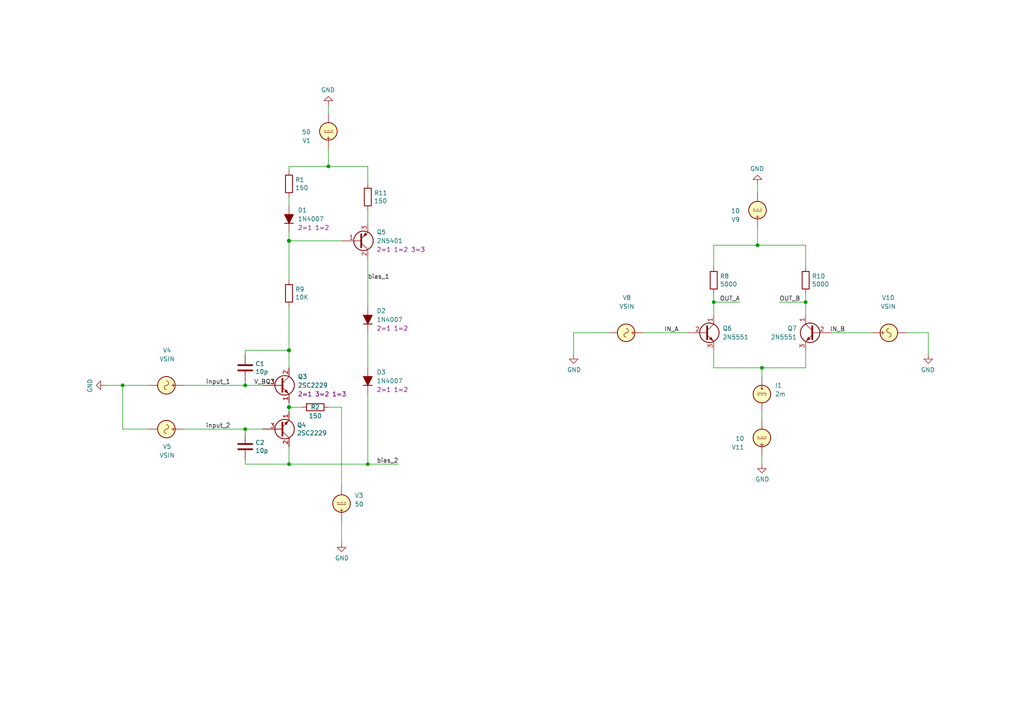
<source format=kicad_sch>
(kicad_sch (version 20211123) (generator eeschema)
  (paper "A4")
  (title_block (title "Amplificador Zener 100W") (date "2021-06-23") (rev "v1.1.0") (company "https://maykolrey.com"))
  (lib_symbols
    (symbol "Device:C" (pin_numbers hide) (pin_names (offset 0.254))
      (property "Reference" "C" (at 0.635 2.54 0))
      (property "Value" "C" (at 0.635 -2.54 0))
      (symbol "C_0_1"
        (polyline (pts (xy -2.032 -0.762) (xy 2.032 -0.762)) (stroke (width 0.508)))
        (polyline (pts (xy -2.032 0.762) (xy 2.032 0.762)) (stroke (width 0.508)))
      )
      (symbol "C_1_1"
        (pin passive line (at 0 3.81 270) (length 2.794) (name "~") (number "1"))
        (pin passive line (at 0 -3.81 90) (length 2.794) (name "~") (number "2"))
      )
    )
    (symbol "Device:Q_NPN_CBE" (pin_names (offset 0) hide)
      (property "Reference" "Q" (at 5.08 1.27 0))
      (property "Value" "Q_NPN_CBE" (at 5.08 -1.27 0))
      (symbol "Q_NPN_CBE_0_1"
        (polyline (pts (xy 0.635 0.635) (xy 2.54 2.54)))
        (polyline (pts (xy 0.635 -0.635) (xy 2.54 -2.54) (xy 2.54 -2.54)))
        (polyline (pts (xy 0.635 1.905) (xy 0.635 -1.905) (xy 0.635 -1.905)) (stroke (width 0.508)))
        (polyline (pts (xy 1.27 -1.778) (xy 1.778 -1.27) (xy 2.286 -2.286) (xy 1.27 -1.778) (xy 1.27 -1.778)) (fill (type outline)))
        (circle (center 1.27 0) (radius 2.8194) (stroke (width 0.254)))
      )
      (symbol "Q_NPN_CBE_1_1"
        (pin passive line (at 2.54 5.08 270) (length 2.54) (name "C") (number "1"))
        (pin input line (at -5.08 0 0) (length 5.715) (name "B") (number "2"))
        (pin passive line (at 2.54 -5.08 90) (length 2.54) (name "E") (number "3"))
      )
    )
    (symbol "Device:Q_NPN_ECB" (pin_names (offset 0) hide)
      (property "Reference" "Q" (at 5.08 1.27 0))
      (property "Value" "Q_NPN_ECB" (at 5.08 -1.27 0))
      (symbol "Q_NPN_ECB_0_1"
        (polyline (pts (xy 0.635 0.635) (xy 2.54 2.54)))
        (polyline (pts (xy 0.635 -0.635) (xy 2.54 -2.54) (xy 2.54 -2.54)))
        (polyline (pts (xy 0.635 1.905) (xy 0.635 -1.905) (xy 0.635 -1.905)) (stroke (width 0.508)))
        (polyline (pts (xy 1.27 -1.778) (xy 1.778 -1.27) (xy 2.286 -2.286) (xy 1.27 -1.778) (xy 1.27 -1.778)) (fill (type outline)))
        (circle (center 1.27 0) (radius 2.8194) (stroke (width 0.254)))
      )
      (symbol "Q_NPN_ECB_1_1"
        (pin passive line (at 2.54 -5.08 90) (length 2.54) (name "E") (number "1"))
        (pin passive line (at 2.54 5.08 270) (length 2.54) (name "C") (number "2"))
        (pin passive line (at -5.08 0 0) (length 5.715) (name "B") (number "3"))
      )
    )
    (symbol "Device:Q_PNP_BCE" (pin_names (offset 0) hide)
      (property "Reference" "Q" (at 5.08 1.27 0))
      (property "Value" "Q_PNP_BCE" (at 5.08 -1.27 0))
      (symbol "Q_PNP_BCE_0_1"
        (polyline (pts (xy 0.635 0.635) (xy 2.54 2.54)))
        (polyline (pts (xy 0.635 -0.635) (xy 2.54 -2.54) (xy 2.54 -2.54)))
        (polyline (pts (xy 0.635 1.905) (xy 0.635 -1.905) (xy 0.635 -1.905)) (stroke (width 0.508)))
        (polyline (pts (xy 2.286 -1.778) (xy 1.778 -2.286) (xy 1.27 -1.27) (xy 2.286 -1.778) (xy 2.286 -1.778)) (fill (type outline)))
        (circle (center 1.27 0) (radius 2.8194) (stroke (width 0.254)))
      )
      (symbol "Q_PNP_BCE_1_1"
        (pin input line (at -5.08 0 0) (length 5.715) (name "B") (number "1"))
        (pin passive line (at 2.54 5.08 270) (length 2.54) (name "C") (number "2"))
        (pin passive line (at 2.54 -5.08 90) (length 2.54) (name "E") (number "3"))
      )
    )
    (symbol "Device:R" (pin_numbers hide) (pin_names (offset 0))
      (property "Reference" "R" (at 2.032 0 90))
      (property "Value" "R" (at 0 0 90))
      (symbol "R_0_1"
        (rectangle (start -1.016 -2.54) (end 1.016 2.54) (stroke (width 0.254)))
      )
      (symbol "R_1_1"
        (pin passive line (at 0 3.81 270) (length 1.27) (name "~") (number "1"))
        (pin passive line (at 0 -3.81 90) (length 1.27) (name "~") (number "2"))
      )
    )
    (symbol "Simulation_SPICE:IDC" (pin_numbers hide) (pin_names (offset 0.0254))
      (property "Reference" "I" (at 2.54 2.54 0))
      (property "Value" "IDC" (at 2.54 0 0))
      (property "Spice_Model" "dc(1)" (at 2.54 -2.54 0))
      (symbol "IDC_0_0"
        (polyline (pts (xy -1.27 0.254) (xy 1.27 0.254)))
        (polyline (pts (xy -0.762 -0.254) (xy -1.27 -0.254)))
        (polyline (pts (xy 0.254 -0.254) (xy -0.254 -0.254)))
        (polyline (pts (xy 1.27 -0.254) (xy 0.762 -0.254)))
      )
      (symbol "IDC_0_1"
        (polyline (pts (xy 0 1.27) (xy 0 2.286)))
        (polyline (pts (xy -0.254 1.778) (xy 0 1.27) (xy 0.254 1.778)))
        (circle (center 0 0) (radius 2.54) (stroke (width 0.254)) (fill (type background)))
      )
      (symbol "IDC_1_1"
        (pin passive line (at 0 5.08 270) (length 2.54) (name "~") (number "1"))
        (pin passive line (at 0 -5.08 90) (length 2.54) (name "~") (number "2"))
      )
    )
    (symbol "Simulation_SPICE:VDC" (pin_numbers hide) (pin_names (offset 0.0254))
      (property "Reference" "V" (at 2.54 2.54 0))
      (property "Value" "VDC" (at 2.54 0 0))
      (property "Spice_Model" "dc(1)" (at 2.54 -2.54 0))
      (symbol "VDC_0_0"
        (polyline (pts (xy -1.27 0.254) (xy 1.27 0.254)))
        (polyline (pts (xy -0.762 -0.254) (xy -1.27 -0.254)))
        (polyline (pts (xy 0.254 -0.254) (xy -0.254 -0.254)))
        (polyline (pts (xy 1.27 -0.254) (xy 0.762 -0.254)))
        (text "+" (at 0 1.905 0) (effects (font (size 1.27 1.27))))
      )
      (symbol "VDC_0_1"
        (circle (center 0 0) (radius 2.54) (stroke (width 0.254)) (fill (type background)))
      )
      (symbol "VDC_1_1"
        (pin passive line (at 0 5.08 270) (length 2.54) (name "~") (number "1"))
        (pin passive line (at 0 -5.08 90) (length 2.54) (name "~") (number "2"))
      )
    )
    (symbol "Simulation_SPICE:VSIN" (pin_numbers hide) (pin_names (offset 0.0254))
      (property "Reference" "V" (at 2.54 2.54 0))
      (property "Value" "VSIN" (at 2.54 0 0))
      (property "Spice_Model" "sin(0 1 1k)" (at 2.54 -2.54 0))
      (symbol "VSIN_0_0"
        (arc (start 0 0) (mid -0.635 0.635) (end -1.27 0))
        (arc (start 0 0) (mid 0.635 -0.635) (end 1.27 0))
        (text "+" (at 0 1.905 0) (effects (font (size 1.27 1.27))))
      )
      (symbol "VSIN_0_1"
        (circle (center 0 0) (radius 2.54) (stroke (width 0.254)) (fill (type background)))
      )
      (symbol "VSIN_1_1"
        (pin passive line (at 0 5.08 270) (length 2.54) (name "~") (number "1"))
        (pin passive line (at 0 -5.08 90) (length 2.54) (name "~") (number "2"))
      )
    )
    (symbol "amplificador_200w-rescue:D_ALT-Device" (pin_numbers hide) (pin_names (offset 1.016) hide)
      (property "Reference" "D" (at 0 2.54 0))
      (property "Value" "D_ALT-Device" (at 0 -2.54 0))
      (symbol "D_ALT-Device_0_1"
        (polyline (pts (xy -1.27 1.27) (xy -1.27 -1.27)) (stroke (width 0.254)))
        (polyline (pts (xy 1.27 0) (xy -1.27 0)))
        (polyline (pts (xy 1.27 1.27) (xy 1.27 -1.27) (xy -1.27 0) (xy 1.27 1.27)) (stroke (width 0.254)) (fill (type outline)))
      )
      (symbol "D_ALT-Device_1_1"
        (pin passive line (at -3.81 0 0) (length 2.54) (name "K") (number "1"))
        (pin passive line (at 3.81 0 180) (length 2.54) (name "A") (number "2"))
      )
    )
    (symbol "power:GND" (power) (pin_names (offset 0))
      (property "Value" "GND" (at 0 -3.81 0))
      (symbol "GND_0_1"
        (polyline (pts (xy 0 0) (xy 0 -1.27) (xy 1.27 -1.27) (xy 0 -2.54) (xy -1.27 -1.27) (xy 0 -1.27)))
      )
      (symbol "GND_1_1"
        (pin power_in line (at 0 0 270) (length 0) hide (name "GND") (number "1"))
      )
    )
  )
  (junction (at 464.82 100.33))
  (junction (at 525.78 92.71))
  (junction (at 476.25 68.58))
  (junction (at 83.82 69.85) (diameter 1.016))
  (junction (at 83.82 118.11) (diameter 1.016))
  (junction (at 476.25 48.26))
  (junction (at 525.78 110.49))
  (junction (at 546.1 77.47))
  (junction (at 525.78 63.5))
  (junction (at 95.25 48.26))
  (junction (at -80.01 17.78))
  (junction (at 71.12 111.76))
  (junction (at 525.78 48.26))
  (junction (at 402.59 167.64))
  (junction (at 347.98 109.22))
  (junction (at 207.01 87.63))
  (junction (at -68.58 74.93))
  (junction (at 499.11 77.47))
  (junction (at -81.28 96.52))
  (junction (at 71.12 124.46))
  (junction (at 83.82 134.62))
  (junction (at 233.68 87.63))
  (junction (at -55.88 102.87))
  (junction (at 83.82 101.6) (diameter 1.016))
  (junction (at 488.95 110.49))
  (junction (at 220.98 106.68))
  (junction (at 219.71 71.12))
  (junction (at 35.56 111.76))
  (junction (at 106.68 134.62))
  (wire (pts (xy 488.95 123.19) (xy 488.95 125.73)))
  (wire (pts (xy 525.78 86.36) (xy 525.78 92.71)))
  (wire (pts (xy 377.19 113.03) (xy 377.19 109.22)))
  (wire (pts (xy 496.57 77.47) (xy 499.11 77.47)))
  (wire (pts (xy 106.68 53.34) (xy 106.68 48.26)))
  (wire (pts (xy 476.25 62.23) (xy 476.25 68.58)))
  (wire (pts (xy 95.25 48.26) (xy 106.68 48.26)))
  (wire (pts (xy 488.95 82.55) (xy 488.95 110.49)))
  (wire (pts (xy 402.59 156.21) (xy 402.59 158.75)))
  (wire (pts (xy 35.56 124.46) (xy 35.56 111.76)))
  (wire (pts (xy -55.88 87.63) (xy -55.88 91.44)))
  (wire (pts (xy -73.66 102.87) (xy -55.88 102.87)))
  (wire (pts (xy 71.12 133.35) (xy 71.12 134.62)))
  (wire (pts (xy -60.96 17.78) (xy -55.88 17.78)))
  (wire (pts (xy 347.98 109.22) (xy 359.41 109.22)))
  (wire (pts (xy 425.45 77.47) (xy 457.2 77.47)))
  (wire (pts (xy -31.75 35.56) (xy -31.75 39.37)))
  (wire (pts (xy 347.98 105.41) (xy 347.98 109.22)))
  (wire (pts (xy -68.58 71.12) (xy -68.58 74.93)))
  (wire (pts (xy 99.06 151.13) (xy 99.06 157.48)))
  (wire (pts (xy 53.34 111.76) (xy 71.12 111.76)))
  (wire (pts (xy 499.11 77.47) (xy 499.11 81.28)))
  (wire (pts (xy -68.58 74.93) (xy -81.28 74.93)))
  (wire (pts (xy 525.78 62.23) (xy 525.78 63.5)))
  (wire (pts (xy -48.26 17.78) (xy -39.37 17.78)))
  (wire (pts (xy 207.01 101.6) (xy 207.01 106.68)))
  (wire (pts (xy 219.71 55.88) (xy 219.71 53.34)))
  (wire (pts (xy 367.03 187.96) (xy 367.03 190.5)))
  (wire (pts (xy 525.78 92.71) (xy 538.48 92.71)))
  (wire (pts (xy 99.06 118.11) (xy 95.25 118.11)))
  (wire (pts (xy 327.66 100.33) (xy 340.36 100.33)))
  (wire (pts (xy 226.06 87.63) (xy 233.68 87.63)))
  (wire (pts (xy 233.68 71.12) (xy 219.71 71.12)))
  (wire (pts (xy 476.25 43.18) (xy 476.25 48.26)))
  (wire (pts (xy 166.37 102.87) (xy 166.37 96.52)))
  (wire (pts (xy 347.98 120.65) (xy 347.98 123.19)))
  (wire (pts (xy 525.78 63.5) (xy 525.78 67.31)))
  (wire (pts (xy 525.78 92.71) (xy 525.78 95.25)))
  (wire (pts (xy 402.59 180.34) (xy 402.59 184.15)))
  (wire (pts (xy 488.95 110.49) (xy 488.95 113.03)))
  (wire (pts (xy 488.95 68.58) (xy 476.25 68.58)))
  (wire (pts (xy -55.88 80.01) (xy -55.88 74.93)))
  (wire (pts (xy 71.12 110.49) (xy 71.12 111.76)))
  (wire (pts (xy 402.59 166.37) (xy 402.59 167.64)))
  (wire (pts (xy 464.82 100.33) (xy 464.82 101.6)))
  (wire (pts (xy 71.12 134.62) (xy 83.82 134.62)))
  (wire (pts (xy 83.82 48.26) (xy 83.82 49.53)))
  (wire (pts (xy 83.82 88.9) (xy 83.82 101.6)))
  (wire (pts (xy 546.1 97.79) (xy 546.1 110.49)))
  (wire (pts (xy 106.68 74.93) (xy 106.68 88.9)))
  (wire (pts (xy 83.82 134.62) (xy 83.82 129.54)))
  (wire (pts (xy 525.78 110.49) (xy 488.95 110.49)))
  (wire (pts (xy 83.82 116.84) (xy 83.82 118.11)))
  (wire (pts (xy 525.78 105.41) (xy 525.78 110.49)))
  (wire (pts (xy 510.54 77.47) (xy 546.1 77.47)))
  (wire (pts (xy 488.95 72.39) (xy 488.95 68.58)))
  (wire (pts (xy -55.88 101.6) (xy -55.88 102.87)))
  (wire (pts (xy 476.25 68.58) (xy 464.82 68.58)))
  (wire (pts (xy 106.68 134.62) (xy 115.57 134.62)))
  (wire (pts (xy 488.95 110.49) (xy 464.82 110.49)))
  (wire (pts (xy -31.75 -2.54) (xy -31.75 12.7)))
  (wire (pts (xy 83.82 57.15) (xy 83.82 59.69)))
  (wire (pts (xy -81.28 87.63) (xy -81.28 96.52)))
  (wire (pts (xy 35.56 111.76) (xy 43.18 111.76)))
  (wire (pts (xy 347.98 109.22) (xy 347.98 113.03)))
  (wire (pts (xy 546.1 77.47) (xy 546.1 78.74)))
  (wire (pts (xy 377.19 120.65) (xy 377.19 124.46)))
  (wire (pts (xy 525.78 74.93) (xy 525.78 78.74)))
  (wire (pts (xy 87.63 118.11) (xy 83.82 118.11)))
  (wire (pts (xy 546.1 86.36) (xy 546.1 87.63)))
  (wire (pts (xy -31.75 -12.7) (xy -31.75 -19.05)))
  (wire (pts (xy 499.11 88.9) (xy 499.11 91.44)))
  (wire (pts (xy 53.34 124.46) (xy 71.12 124.46)))
  (wire (pts (xy 207.01 85.09) (xy 207.01 87.63)))
  (wire (pts (xy 367.03 200.66) (xy 367.03 203.2)))
  (wire (pts (xy 76.2 111.76) (xy 71.12 111.76)))
  (wire (pts (xy 83.82 67.31) (xy 83.82 69.85)))
  (wire (pts (xy 106.68 60.96) (xy 106.68 64.77)))
  (wire (pts (xy 347.98 86.36) (xy 347.98 95.25)))
  (wire (pts (xy 347.98 76.2) (xy 347.98 73.66)))
  (wire (pts (xy 307.34 100.33) (xy 317.5 100.33)))
  (wire (pts (xy 402.59 167.64) (xy 402.59 170.18)))
  (wire (pts (xy 207.01 71.12) (xy 207.01 77.47)))
  (wire (pts (xy -68.58 58.42) (xy -68.58 60.96)))
  (wire (pts (xy -81.28 74.93) (xy -81.28 80.01)))
  (wire (pts (xy 76.2 124.46) (xy 71.12 124.46)))
  (wire (pts (xy 106.68 114.3) (xy 106.68 134.62)))
  (wire (pts (xy 464.82 82.55) (xy 464.82 100.33)))
  (wire (pts (xy -55.88 102.87) (xy -55.88 106.68)))
  (wire (pts (xy 464.82 110.49) (xy 464.82 109.22)))
  (wire (pts (xy 106.68 134.62) (xy 83.82 134.62)))
  (wire (pts (xy -80.01 -19.05) (xy -80.01 17.78)))
  (wire (pts (xy 307.34 106.68) (xy 307.34 100.33)))
  (wire (pts (xy -80.01 17.78) (xy -80.01 21.59)))
  (wire (pts (xy 166.37 96.52) (xy 176.53 96.52)))
  (wire (pts (xy 83.82 106.68) (xy 83.82 101.6)))
  (wire (pts (xy 405.13 83.82) (xy 405.13 77.47)))
  (wire (pts (xy 405.13 77.47) (xy 415.29 77.47)))
  (wire (pts (xy 219.71 66.04) (xy 219.71 71.12)))
  (wire (pts (xy -81.28 96.52) (xy -81.28 97.79)))
  (wire (pts (xy 233.68 85.09) (xy 233.68 87.63)))
  (wire (pts (xy 207.01 87.63) (xy 207.01 91.44)))
  (wire (pts (xy 546.1 77.47) (xy 590.55 77.47)))
  (wire (pts (xy -63.5 96.52) (xy -81.28 96.52)))
  (wire (pts (xy 525.78 63.5) (xy 538.48 63.5)))
  (wire (pts (xy -81.28 107.95) (xy -81.28 116.84)))
  (wire (pts (xy 476.25 48.26) (xy 525.78 48.26)))
  (wire (pts (xy 186.69 96.52) (xy 199.39 96.52)))
  (wire (pts (xy 99.06 69.85) (xy 83.82 69.85)))
  (wire (pts (xy 367.03 175.26) (xy 394.97 175.26)))
  (wire (pts (xy 71.12 125.73) (xy 71.12 124.46)))
  (wire (pts (xy 546.1 48.26) (xy 525.78 48.26)))
  (wire (pts (xy 207.01 87.63) (xy 214.63 87.63)))
  (wire (pts (xy 220.98 119.38) (xy 220.98 121.92)))
  (wire (pts (xy 83.82 101.6) (xy 71.12 101.6)))
  (wire (pts (xy 367.03 177.8) (xy 367.03 175.26)))
  (wire (pts (xy 402.59 167.64) (xy 416.56 167.64)))
  (wire (pts (xy 220.98 106.68) (xy 233.68 106.68)))
  (wire (pts (xy 525.78 52.07) (xy 525.78 48.26)))
  (wire (pts (xy 219.71 71.12) (xy 207.01 71.12)))
  (wire (pts (xy 525.78 110.49) (xy 546.1 110.49)))
  (wire (pts (xy 269.24 102.87) (xy 269.24 96.52)))
  (wire (pts (xy 464.82 68.58) (xy 464.82 72.39)))
  (wire (pts (xy 83.82 48.26) (xy 95.25 48.26)))
  (wire (pts (xy -55.88 74.93) (xy -68.58 74.93)))
  (wire (pts (xy 71.12 101.6) (xy 71.12 102.87)))
  (wire (pts (xy 106.68 96.52) (xy 106.68 106.68)))
  (wire (pts (xy 499.11 77.47) (xy 502.92 77.47)))
  (wire (pts (xy 252.73 96.52) (xy 241.3 96.52)))
  (wire (pts (xy 99.06 140.97) (xy 99.06 118.11)))
  (wire (pts (xy -31.75 22.86) (xy -31.75 27.94)))
  (wire (pts (xy 83.82 118.11) (xy 83.82 119.38)))
  (wire (pts (xy 402.59 142.24) (xy 402.59 146.05)))
  (wire (pts (xy 476.25 48.26) (xy 476.25 52.07)))
  (wire (pts (xy 43.18 124.46) (xy 35.56 124.46)))
  (wire (pts (xy 233.68 77.47) (xy 233.68 71.12)))
  (wire (pts (xy 207.01 106.68) (xy 220.98 106.68)))
  (wire (pts (xy 95.25 43.18) (xy 95.25 48.26)))
  (wire (pts (xy 464.82 100.33) (xy 518.16 100.33)))
  (wire (pts (xy 233.68 87.63) (xy 233.68 91.44)))
  (wire (pts (xy 95.25 33.02) (xy 95.25 30.48)))
  (wire (pts (xy 347.98 133.35) (xy 347.98 135.89)))
  (wire (pts (xy 30.48 111.76) (xy 35.56 111.76)))
  (wire (pts (xy 233.68 106.68) (xy 233.68 101.6)))
  (wire (pts (xy -55.88 114.3) (xy -55.88 116.84)))
  (wire (pts (xy 546.1 68.58) (xy 546.1 69.85)))
  (wire (pts (xy 83.82 69.85) (xy 83.82 81.28)))
  (wire (pts (xy 220.98 106.68) (xy 220.98 109.22)))
  (wire (pts (xy 546.1 58.42) (xy 546.1 48.26)))
  (wire (pts (xy 476.25 33.02) (xy 476.25 30.48)))
  (wire (pts (xy 377.19 109.22) (xy 367.03 109.22)))
  (wire (pts (xy 220.98 132.08) (xy 220.98 134.62)))
  (wire (pts (xy -80.01 17.78) (xy -71.12 17.78)))
  (wire (pts (xy 269.24 96.52) (xy 262.89 96.52)))
  (wire (pts (xy -31.75 -19.05) (xy -80.01 -19.05)))
  (label "IN_CE" (at 382.27 175.26 180))
  (label "V_DIFF" (at 509.27 100.33 0))
  (label "V_O_AMPLI" (at 590.55 77.47 180))
  (label "OUT_CC" (at 377.19 109.22 180))
  (label "OUT_B" (at 226.06 87.63 0))
  (label "IN_B" (at 245.11 96.52 180))
  (label "V_I_AMPLI" (at 434.34 77.47 180))
  (label "V_BQ1_EQ2" (at -71.12 102.87 0))
  (label "IN_CC" (at 336.55 100.33 180))
  (label "V_BQ3" (at 73.66 111.76 0))
  (label "OUT_CE" (at 416.56 167.64 180))
  (label "bias_1" (at 106.68 81.28 0))
  (label "input_1" (at 59.69 111.76 0))
  (label "OUT_A" (at 214.63 87.63 180))
  (label "V_CQ1_BQ2" (at -78.74 96.52 0))
  (label "IN_A" (at 196.85 96.52 180))
  (label "bias_2" (at 115.57 134.62 180))
  (label "input_2" (at 59.69 124.46 0))
  (symbol (lib_id "Simulation_SPICE:VSIN") (at -66.04 17.78 270) (unit 1)
    (property "Reference" "V6" (at -65.8503 7.62 90))
    (property "Value" "VSIN" (at -65.8503 10.16 90))
    (property "Spice_Netlist_Enabled" "Y" (effects hide))
    (property "Spice_Primitive" "V" (effects hide))
    (property "Spice_Model" "dc 1 ac 1 sin(0 1 1k)" (at -65.8503 12.7 90))
  )
  (symbol (lib_id "Simulation_SPICE:IDC") (at 220.98 114.3 0) (unit 1)
    (property "Reference" "I1" (at 224.79 111.7599 0) (effects (justify left)))
    (property "Value" "IDC" (at 224.79 114.2999 0) (effects (justify left)))
    (property "Spice_Netlist_Enabled" "Y" (effects hide))
    (property "Spice_Primitive" "I" (effects hide))
    (property "Spice_Model" "dc 2m" (at 224.79 116.8399 0) (effects (justify left)))
  )
  (symbol (lib_id "amplificador_200w-rescue:D_ALT-Device") (at 106.68 92.71 90) (unit 1)
    (property "Reference" "D2" (at 109.22 90.1699 90) (effects (justify right)))
    (property "Value" "1N4007" (at 109.22 92.7099 90) (effects (justify right)))
    (property "Footprint" "Diode_THT:D_DO-41_SOD81_P10.16mm_Horizontal" (effects hide))
    (property "Spice_Primitive" "D" (effects hide))
    (property "Spice_Model" "1N4007" (effects hide))
    (property "Spice_Netlist_Enabled" "Y" (effects hide))
    (property "Spice_Lib_File" "/home/maykol/Documentos/spice/2n3906.mod" (effects hide))
    (property "Spice_Node_Sequence" "2 1" (at 109.22 95.2499 90) (effects (justify right)))
  )
  (symbol (lib_id "power:GND") (at 402.59 184.15 0) (unit 1)
    (property "Reference" "#PWR023" (effects hide))
    (property "Value" "GND" (at 402.717 188.5442 0))
  )
  (symbol (lib_id "Simulation_SPICE:VDC") (at 220.98 127 180) (unit 1)
    (property "Reference" "V11" (at 215.9 129.7299 0) (effects (justify left)))
    (property "Value" "VDC" (at 215.9 127.1899 0) (effects (justify left)))
    (property "Spice_Netlist_Enabled" "Y" (effects hide))
    (property "Spice_Primitive" "V" (effects hide))
    (property "Spice_Model" "dc 10" (at 215.9 124.6499 0) (effects (justify left)))
  )
  (symbol (lib_id "Device:C") (at 363.22 109.22 270) (unit 1)
    (property "Reference" "C3" (at 363.22 101.6 90))
    (property "Value" "1000n" (at 363.22 104.14 90))
    (property "Footprint" "Capacitor_THT:C_Disc_D5.0mm_W2.5mm_P5.00mm" (effects hide))
  )
  (symbol (lib_id "Simulation_SPICE:VSIN") (at 181.61 96.52 270) (unit 1)
    (property "Reference" "V8" (at 181.7997 86.36 90))
    (property "Value" "VSIN" (at 181.7997 88.9 90))
    (property "Spice_Netlist_Enabled" "Y" (effects hide))
    (property "Spice_Primitive" "V" (effects hide))
    (property "Spice_Model" "dc 1 ac 1 sin(0 1 1k)" (at 181.7997 91.44 90))
  )
  (symbol (lib_id "amplificador_200w-rescue:D_ALT-Device") (at 106.68 110.49 90) (unit 1)
    (property "Reference" "D3" (at 109.22 107.9499 90) (effects (justify right)))
    (property "Value" "1N4007" (at 109.22 110.4899 90) (effects (justify right)))
    (property "Footprint" "Diode_THT:D_DO-41_SOD81_P10.16mm_Horizontal" (effects hide))
    (property "Spice_Primitive" "D" (effects hide))
    (property "Spice_Model" "1N4007" (effects hide))
    (property "Spice_Netlist_Enabled" "Y" (effects hide))
    (property "Spice_Lib_File" "/home/maykol/Documentos/spice/2n3906.mod" (effects hide))
    (property "Spice_Node_Sequence" "2 1" (at 109.22 113.0299 90) (effects (justify right)))
  )
  (symbol (lib_id "Simulation_SPICE:VDC") (at 347.98 81.28 180) (unit 1)
    (property "Reference" "V13" (at 342.9 84.0099 0) (effects (justify left)))
    (property "Value" "VDC" (at 342.9 81.4699 0) (effects (justify left)))
    (property "Spice_Netlist_Enabled" "Y" (effects hide))
    (property "Spice_Primitive" "V" (effects hide))
    (property "Spice_Model" "dc 10" (at 342.9 78.9299 0) (effects (justify left)))
  )
  (symbol (lib_id "power:GND") (at 95.25 30.48 180) (unit 1)
    (property "Reference" "#PWR01" (effects hide))
    (property "Value" "GND" (at 95.123 26.0858 0))
  )
  (symbol (lib_id "power:GND") (at -81.28 116.84 0) (unit 1)
    (property "Reference" "#PWR04" (effects hide))
    (property "Value" "GND" (at -81.153 121.2342 0))
  )
  (symbol (lib_id "Device:R") (at -81.28 83.82 180) (unit 1)
    (property "Reference" "R3" (at -79.502 82.6516 0) (effects (justify right)))
    (property "Value" "97K" (at -79.502 84.963 0) (effects (justify right)))
    (property "Footprint" "Resistor_THT:R_Axial_DIN0207_L6.3mm_D2.5mm_P7.62mm_Horizontal" (effects hide))
  )
  (symbol (lib_id "Device:Q_NPN_CBE") (at 204.47 96.52 0) (unit 1)
    (property "Reference" "Q6" (at 209.55 95.2499 0) (effects (justify left)))
    (property "Value" "2N5551" (at 209.55 97.7899 0) (effects (justify left)))
    (property "Spice_Primitive" "Q" (effects hide))
    (property "Spice_Model" "2N5551" (effects hide))
    (property "Spice_Netlist_Enabled" "Y" (effects hide))
    (property "Spice_Lib_File" "/home/maykol/Documentos/spice/2n5551.lib" (effects hide))
  )
  (symbol (lib_id "Device:C") (at 71.12 129.54 180) (unit 1)
    (property "Reference" "C2" (at 74.041 128.3716 0) (effects (justify right)))
    (property "Value" "10p" (at 74.041 130.683 0) (effects (justify right)))
    (property "Footprint" "Capacitor_THT:C_Disc_D5.0mm_W2.5mm_P5.00mm" (effects hide))
  )
  (symbol (lib_id "Simulation_SPICE:VSIN") (at 48.26 111.76 270) (unit 1)
    (property "Reference" "V4" (at 48.4497 101.6 90))
    (property "Value" "VSIN" (at 48.4497 104.14 90))
    (property "Spice_Netlist_Enabled" "Y" (effects hide))
    (property "Spice_Primitive" "V" (effects hide))
    (property "Spice_Model" "dc 1 ac 1 sin(0 50m 1k)" (at 48.4497 106.68 90))
  )
  (symbol (lib_id "Simulation_SPICE:VDC") (at 488.95 118.11 180) (unit 1)
    (property "Reference" "V17" (at 492.76 115.7596 0) (effects (justify right)))
    (property "Value" "50V" (at 492.76 118.2996 0) (effects (justify right)))
    (property "Spice_Netlist_Enabled" "Y" (effects hide))
    (property "Spice_Primitive" "V" (effects hide))
    (property "Spice_Model" "dc 35" (at 492.76 120.8396 0) (effects (justify right)))
  )
  (symbol (lib_id "Simulation_SPICE:VSIN") (at 257.81 96.52 90) (mirror x) (unit 1)
    (property "Reference" "V10" (at 257.6203 86.36 90))
    (property "Value" "VSIN" (at 257.6203 88.9 90))
    (property "Spice_Netlist_Enabled" "Y" (effects hide))
    (property "Spice_Primitive" "V" (effects hide))
    (property "Spice_Model" "dc 1 ac 1 sin(0 1 1k)" (at 257.6203 91.44 90))
  )
  (symbol (lib_id "power:GND") (at 405.13 83.82 0) (unit 1)
    (property "Reference" "#PWR017" (effects hide))
    (property "Value" "GND" (at 405.257 88.2142 0))
  )
  (symbol (lib_id "power:GND") (at 402.59 142.24 180) (unit 1)
    (property "Reference" "#PWR022" (effects hide))
    (property "Value" "GND" (at 402.463 137.8458 0))
  )
  (symbol (lib_id "power:GND") (at -31.75 39.37 0) (unit 1)
    (property "Reference" "#PWR08" (effects hide))
    (property "Value" "GND" (at -31.623 43.7642 0))
  )
  (symbol (lib_id "Device:R") (at 83.82 85.09 180) (unit 1)
    (property "Reference" "R9" (at 85.598 83.9216 0) (effects (justify right)))
    (property "Value" "10K" (at 85.598 86.233 0) (effects (justify right)))
    (property "Footprint" "Resistor_THT:R_Axial_DIN0207_L6.3mm_D2.5mm_P7.62mm_Horizontal" (effects hide))
  )
  (symbol (lib_id "Device:R") (at 546.1 73.66 0) (unit 1)
    (property "Reference" "R17" (at 544.322 74.8284 0) (effects (justify right)))
    (property "Value" "33" (at 544.322 72.517 0) (effects (justify right)))
    (property "Footprint" "Resistor_THT:R_Axial_DIN0207_L6.3mm_D2.5mm_P7.62mm_Horizontal" (effects hide))
  )
  (symbol (lib_id "Device:C") (at 71.12 106.68 180) (unit 1)
    (property "Reference" "C1" (at 74.041 105.5116 0) (effects (justify right)))
    (property "Value" "10p" (at 74.041 107.823 0) (effects (justify right)))
    (property "Footprint" "Capacitor_THT:C_Disc_D5.0mm_W2.5mm_P5.00mm" (effects hide))
  )
  (symbol (lib_id "Device:Q_NPN_CBE") (at 345.44 100.33 0) (unit 1)
    (property "Reference" "Q8" (at 350.52 99.0599 0) (effects (justify left)))
    (property "Value" "2N5551" (at 350.52 101.5999 0) (effects (justify left)))
    (property "Spice_Primitive" "Q" (effects hide))
    (property "Spice_Model" "2N5551" (effects hide))
    (property "Spice_Netlist_Enabled" "Y" (effects hide))
    (property "Spice_Lib_File" "/home/maykol/Documentos/spice/2n5551.lib" (effects hide))
  )
  (symbol (lib_id "Simulation_SPICE:VDC") (at 219.71 60.96 180) (unit 1)
    (property "Reference" "V9" (at 214.63 63.6899 0) (effects (justify left)))
    (property "Value" "VDC" (at 214.63 61.1499 0) (effects (justify left)))
    (property "Spice_Netlist_Enabled" "Y" (effects hide))
    (property "Spice_Primitive" "V" (effects hide))
    (property "Spice_Model" "dc 10" (at 214.63 58.6099 0) (effects (justify left)))
  )
  (symbol (lib_id "Simulation_SPICE:VDC") (at 347.98 128.27 180) (unit 1)
    (property "Reference" "V14" (at 342.9 130.9999 0) (effects (justify left)))
    (property "Value" "VDC" (at 342.9 128.4599 0) (effects (justify left)))
    (property "Spice_Netlist_Enabled" "Y" (effects hide))
    (property "Spice_Primitive" "V" (effects hide))
    (property "Spice_Model" "dc 10" (at 342.9 125.9199 0) (effects (justify left)))
  )
  (symbol (lib_id "Device:R") (at -55.88 110.49 180) (unit 1)
    (property "Reference" "R5" (at -54.102 109.3216 0) (effects (justify right)))
    (property "Value" "133" (at -54.102 111.633 0) (effects (justify right)))
    (property "Footprint" "Resistor_THT:R_Axial_DIN0207_L6.3mm_D2.5mm_P7.62mm_Horizontal" (effects hide))
  )
  (symbol (lib_id "amplificador_200w-rescue:D_ALT-Device") (at 525.78 82.55 90) (unit 1)
    (property "Reference" "D5" (at 528.32 80.0099 90) (effects (justify right)))
    (property "Value" "1N4007" (at 528.32 82.5499 90) (effects (justify right)))
    (property "Footprint" "Diode_THT:D_DO-41_SOD81_P10.16mm_Horizontal" (effects hide))
    (property "Spice_Primitive" "D" (effects hide))
    (property "Spice_Model" "1N4007" (effects hide))
    (property "Spice_Netlist_Enabled" "Y" (effects hide))
    (property "Spice_Lib_File" "/home/maykol/Documentos/spice/2n3906.mod" (effects hide))
    (property "Spice_Node_Sequence" "2 1" (at 528.32 85.0899 90) (effects (justify right)))
  )
  (symbol (lib_id "Simulation_SPICE:VSIN") (at 322.58 100.33 270) (unit 1)
    (property "Reference" "V12" (at 322.7697 90.17 90))
    (property "Value" "VSIN" (at 322.7697 92.71 90))
    (property "Spice_Netlist_Enabled" "Y" (effects hide))
    (property "Spice_Primitive" "V" (effects hide))
    (property "Spice_Model" "dc 1 ac 1 sin(0 1 1k)" (at 322.7697 95.25 90))
  )
  (symbol (lib_id "amplificador_200w-rescue:D_ALT-Device") (at 83.82 63.5 90) (unit 1)
    (property "Reference" "D1" (at 86.36 60.9599 90) (effects (justify right)))
    (property "Value" "1N4007" (at 86.36 63.4999 90) (effects (justify right)))
    (property "Footprint" "Diode_THT:D_DO-41_SOD81_P10.16mm_Horizontal" (effects hide))
    (property "Spice_Primitive" "D" (effects hide))
    (property "Spice_Model" "1N4007" (effects hide))
    (property "Spice_Netlist_Enabled" "Y" (effects hide))
    (property "Spice_Lib_File" "/home/maykol/Documentos/spice/2n3906.mod" (effects hide))
    (property "Spice_Node_Sequence" "2 1" (at 86.36 66.0399 90) (effects (justify right)))
  )
  (symbol (lib_id "Device:R") (at 546.1 82.55 0) (unit 1)
    (property "Reference" "R18" (at 544.322 83.7184 0) (effects (justify right)))
    (property "Value" "33" (at 544.322 81.407 0) (effects (justify right)))
    (property "Footprint" "Resistor_THT:R_Axial_DIN0207_L6.3mm_D2.5mm_P7.62mm_Horizontal" (effects hide))
  )
  (symbol (lib_id "Device:Q_NPN_CBE") (at 236.22 96.52 0) (mirror y) (unit 1)
    (property "Reference" "Q7" (at 231.14 95.2499 0) (effects (justify left)))
    (property "Value" "2N5551" (at 231.14 97.7899 0) (effects (justify left)))
    (property "Spice_Primitive" "Q" (effects hide))
    (property "Spice_Model" "2N5551" (effects hide))
    (property "Spice_Netlist_Enabled" "Y" (effects hide))
    (property "Spice_Lib_File" "/home/maykol/Documentos/spice/2n5551.lib" (effects hide))
  )
  (symbol (lib_id "Simulation_SPICE:VDC") (at -68.58 66.04 180) (unit 1)
    (property "Reference" "V2" (at -73.66 68.7699 0) (effects (justify left)))
    (property "Value" "VDC" (at -73.66 66.2299 0) (effects (justify left)))
    (property "Spice_Netlist_Enabled" "Y" (effects hide))
    (property "Spice_Primitive" "V" (effects hide))
    (property "Spice_Model" "dc 50" (at -73.66 63.6899 0) (effects (justify left)))
  )
  (symbol (lib_id "power:GND") (at -80.01 21.59 0) (unit 1)
    (property "Reference" "#PWR07" (effects hide))
    (property "Value" "GND" (at -79.883 25.9842 0))
  )
  (symbol (lib_id "Device:Q_PNP_BCE") (at 543.56 92.71 0) (mirror x) (unit 1)
    (property "Reference" "Q13" (at 548.64 90.1699 0) (effects (justify left)))
    (property "Value" "2N5401" (at 548.64 92.7099 0) (effects (justify left)))
    (property "Footprint" "Package_TO_SOT_THT:TO-220-3_Vertical" (effects hide))
    (property "Spice_Primitive" "Q" (effects hide))
    (property "Spice_Model" "2N5401" (effects hide))
    (property "Spice_Netlist_Enabled" "Y" (effects hide))
    (property "Spice_Lib_File" "/home/maykol/Documentos/spice/2n5401.lib" (effects hide))
    (property "Spice_Node_Sequence" "2 1 3" (at 548.64 95.2499 0) (effects (justify left)))
  )
  (symbol (lib_id "power:GND") (at 99.06 157.48 0) (unit 1)
    (property "Reference" "#PWR02" (effects hide))
    (property "Value" "GND" (at 99.187 161.8742 0))
  )
  (symbol (lib_id "power:GND") (at 367.03 203.2 0) (unit 1)
    (property "Reference" "#PWR021" (effects hide))
    (property "Value" "GND" (at 367.157 207.5942 0))
  )
  (symbol (lib_id "Device:R") (at 377.19 116.84 180) (unit 1)
    (property "Reference" "R13" (at 378.968 115.6716 0) (effects (justify right)))
    (property "Value" "1000" (at 378.968 117.983 0) (effects (justify right)))
    (property "Footprint" "Resistor_THT:R_Axial_DIN0207_L6.3mm_D2.5mm_P7.62mm_Horizontal" (effects hide))
  )
  (symbol (lib_id "Simulation_SPICE:VSIN") (at 367.03 182.88 0) (unit 1)
    (property "Reference" "V18" (at 370.84 180.1501 0) (effects (justify left)))
    (property "Value" "VSIN" (at 370.84 182.6901 0) (effects (justify left)))
    (property "Spice_Netlist_Enabled" "Y" (effects hide))
    (property "Spice_Primitive" "V" (effects hide))
    (property "Spice_Model" "dc 1 ac 1 sin(0 1 1k)" (at 370.84 185.2301 0) (effects (justify left)))
  )
  (symbol (lib_id "power:GND") (at -68.58 58.42 180) (unit 1)
    (property "Reference" "#PWR05" (effects hide))
    (property "Value" "GND" (at -68.707 54.0258 0))
  )
  (symbol (lib_id "power:GND") (at 377.19 124.46 0) (unit 1)
    (property "Reference" "#PWR016" (effects hide))
    (property "Value" "GND" (at 377.317 128.8542 0))
  )
  (symbol (lib_id "Device:Q_PNP_BCE") (at 462.28 77.47 0) (mirror x) (unit 1)
    (property "Reference" "Q9" (at 467.36 74.9299 0) (effects (justify left)))
    (property "Value" "2N5401" (at 467.36 77.4699 0) (effects (justify left)))
    (property "Footprint" "Package_TO_SOT_THT:TO-220-3_Vertical" (effects hide))
    (property "Spice_Primitive" "Q" (effects hide))
    (property "Spice_Model" "2N5401" (effects hide))
    (property "Spice_Netlist_Enabled" "Y" (effects hide))
    (property "Spice_Lib_File" "/home/maykol/Documentos/spice/2n5401.lib" (effects hide))
    (property "Spice_Node_Sequence" "2 1 3" (at 467.36 80.0099 0) (effects (justify left)))
  )
  (symbol (lib_id "power:GND") (at 219.71 53.34 180) (unit 1)
    (property "Reference" "#PWR09" (effects hide))
    (property "Value" "GND" (at 219.583 48.9458 0))
  )
  (symbol (lib_id "Device:Q_NPN_CBE") (at 543.56 63.5 0) (unit 1)
    (property "Reference" "Q12" (at 548.64 62.2299 0) (effects (justify left)))
    (property "Value" "2N5551" (at 548.64 64.7699 0) (effects (justify left)))
    (property "Spice_Primitive" "Q" (effects hide))
    (property "Spice_Model" "2N5551" (effects hide))
    (property "Spice_Netlist_Enabled" "Y" (effects hide))
    (property "Spice_Lib_File" "/home/maykol/Documentos/spice/2n5551.lib" (effects hide))
  )
  (symbol (lib_id "power:GND") (at 220.98 134.62 0) (unit 1)
    (property "Reference" "#PWR010" (effects hide))
    (property "Value" "GND" (at 221.107 139.0142 0))
  )
  (symbol (lib_id "Device:Q_NPN_CBE") (at 523.24 100.33 0) (unit 1)
    (property "Reference" "Q11" (at 528.32 99.0599 0) (effects (justify left)))
    (property "Value" "2N5551" (at 528.32 101.5999 0) (effects (justify left)))
    (property "Spice_Primitive" "Q" (effects hide))
    (property "Spice_Model" "2N5551" (effects hide))
    (property "Spice_Netlist_Enabled" "Y" (effects hide))
    (property "Spice_Lib_File" "/home/maykol/Documentos/spice/2n5551.lib" (effects hide))
  )
  (symbol (lib_id "Device:R") (at 91.44 118.11 270) (unit 1)
    (property "Reference" "R2" (at 91.44 118.11 90))
    (property "Value" "150" (at 91.44 120.65 90))
    (property "Footprint" "Resistor_THT:R_Axial_DIN0207_L6.3mm_D2.5mm_P7.62mm_Horizontal" (effects hide))
  )
  (symbol (lib_id "Simulation_SPICE:IDC") (at 525.78 57.15 0) (unit 1)
    (property "Reference" "I3" (at 529.59 54.6099 0) (effects (justify left)))
    (property "Value" "IDC" (at 529.59 57.1499 0) (effects (justify left)))
    (property "Spice_Netlist_Enabled" "Y" (effects hide))
    (property "Spice_Primitive" "I" (effects hide))
    (property "Spice_Model" "dc 10m" (at 529.59 59.6899 0) (effects (justify left)))
  )
  (symbol (lib_id "power:GND") (at 166.37 102.87 0) (unit 1)
    (property "Reference" "#PWR011" (effects hide))
    (property "Value" "GND" (at 166.497 107.2642 0))
  )
  (symbol (lib_id "Device:R") (at 233.68 81.28 180) (unit 1)
    (property "Reference" "R10" (at 235.458 80.1116 0) (effects (justify right)))
    (property "Value" "5000" (at 235.458 82.423 0) (effects (justify right)))
    (property "Footprint" "Resistor_THT:R_Axial_DIN0207_L6.3mm_D2.5mm_P7.62mm_Horizontal" (effects hide))
  )
  (symbol (lib_id "Device:Q_NPN_ECB") (at 81.28 124.46 0) (mirror x) (unit 1)
    (property "Reference" "Q4" (at 86.106 123.2916 0) (effects (justify left)))
    (property "Value" "2SC2229" (at 86.106 125.603 0) (effects (justify left)))
    (property "Footprint" "Package_TO_SOT_THT:TO-92L_HandSolder" (effects hide))
    (property "Spice_Primitive" "Q" (effects hide))
    (property "Spice_Model" "2SC2229" (effects hide))
    (property "Spice_Netlist_Enabled" "Y" (effects hide))
    (property "Spice_Lib_File" "/home/maykol/Documentos/spice/2n3906.mod" (effects hide))
    (property "Spice_Node_Sequence" "2 3 1" (effects hide))
  )
  (symbol (lib_id "Device:R") (at -52.07 17.78 270) (unit 1)
    (property "Reference" "R7" (at -52.07 21.59 90))
    (property "Value" "10K" (at -52.07 24.13 90))
    (property "Footprint" "Resistor_THT:R_Axial_DIN0207_L6.3mm_D2.5mm_P7.62mm_Horizontal" (effects hide))
  )
  (symbol (lib_id "Simulation_SPICE:VDC") (at 95.25 38.1 180) (unit 1)
    (property "Reference" "V1" (at 90.17 40.8299 0) (effects (justify left)))
    (property "Value" "VDC" (at 90.17 38.2899 0) (effects (justify left)))
    (property "Spice_Netlist_Enabled" "Y" (effects hide))
    (property "Spice_Primitive" "V" (effects hide))
    (property "Spice_Model" "dc 50" (at 90.17 35.7499 0) (effects (justify left)))
  )
  (symbol (lib_id "Device:Q_NPN_ECB") (at 81.28 111.76 0) (unit 1)
    (property "Reference" "Q3" (at 86.36 109.2199 0) (effects (justify left)))
    (property "Value" "2SC2229" (at 86.36 111.7599 0) (effects (justify left)))
    (property "Footprint" "Package_TO_SOT_THT:TO-92L_HandSolder" (effects hide))
    (property "Spice_Primitive" "Q" (effects hide))
    (property "Spice_Model" "2SC2229" (effects hide))
    (property "Spice_Netlist_Enabled" "Y" (effects hide))
    (property "Spice_Lib_File" "/home/maykol/Documentos/spice/2n3906.mod" (effects hide))
    (property "Spice_Node_Sequence" "2 3 1" (at 86.36 114.2999 0) (effects (justify left)))
  )
  (symbol (lib_id "amplificador_200w-rescue:D_ALT-Device") (at 525.78 71.12 90) (unit 1)
    (property "Reference" "D4" (at 528.32 68.5799 90) (effects (justify right)))
    (property "Value" "1N4007" (at 528.32 71.1199 90) (effects (justify right)))
    (property "Footprint" "Diode_THT:D_DO-41_SOD81_P10.16mm_Horizontal" (effects hide))
    (property "Spice_Primitive" "D" (effects hide))
    (property "Spice_Model" "1N4007" (effects hide))
    (property "Spice_Netlist_Enabled" "Y" (effects hide))
    (property "Spice_Lib_File" "/home/maykol/Documentos/spice/2n3906.mod" (effects hide))
    (property "Spice_Node_Sequence" "2 1" (at 528.32 73.6599 90) (effects (justify right)))
  )
  (symbol (lib_id "Device:R") (at 207.01 81.28 180) (unit 1)
    (property "Reference" "R8" (at 208.788 80.1116 0) (effects (justify right)))
    (property "Value" "5000" (at 208.788 82.423 0) (effects (justify right)))
    (property "Footprint" "Resistor_THT:R_Axial_DIN0207_L6.3mm_D2.5mm_P7.62mm_Horizontal" (effects hide))
  )
  (symbol (lib_id "Device:R") (at 402.59 162.56 180) (unit 1)
    (property "Reference" "R19" (at 404.368 161.3916 0) (effects (justify right)))
    (property "Value" "5000" (at 404.368 163.703 0) (effects (justify right)))
    (property "Footprint" "Resistor_THT:R_Axial_DIN0207_L6.3mm_D2.5mm_P7.62mm_Horizontal" (effects hide))
  )
  (symbol (lib_id "Simulation_SPICE:VSIN") (at 48.26 124.46 270) (unit 1)
    (property "Reference" "V5" (at 48.4497 129.54 90))
    (property "Value" "VSIN" (at 48.4497 132.08 90))
    (property "Spice_Netlist_Enabled" "Y" (effects hide))
    (property "Spice_Primitive" "V" (effects hide))
    (property "Spice_Model" "dc 1 ac 1 sin(0 50m 1k -500u)" (at 48.4497 134.62 90))
  )
  (symbol (lib_id "power:GND") (at 347.98 135.89 0) (unit 1)
    (property "Reference" "#PWR015" (effects hide))
    (property "Value" "GND" (at 348.107 140.2842 0))
  )
  (symbol (lib_id "Device:R") (at 347.98 116.84 180) (unit 1)
    (property "Reference" "R12" (at 349.758 115.6716 0) (effects (justify right)))
    (property "Value" "9.4K" (at 349.758 117.983 0) (effects (justify right)))
    (property "Footprint" "Resistor_THT:R_Axial_DIN0207_L6.3mm_D2.5mm_P7.62mm_Horizontal" (effects hide))
  )
  (symbol (lib_id "Device:R") (at 106.68 57.15 180) (unit 1)
    (property "Reference" "R11" (at 108.458 55.9816 0) (effects (justify right)))
    (property "Value" "150" (at 108.458 58.293 0) (effects (justify right)))
    (property "Footprint" "Resistor_THT:R_Axial_DIN0207_L6.3mm_D2.5mm_P7.62mm_Horizontal" (effects hide))
  )
  (symbol (lib_id "Simulation_SPICE:VDC") (at 402.59 151.13 180) (unit 1)
    (property "Reference" "V20" (at 397.51 153.8599 0) (effects (justify left)))
    (property "Value" "10V" (at 397.51 151.3199 0) (effects (justify left)))
    (property "Spice_Netlist_Enabled" "Y" (effects hide))
    (property "Spice_Primitive" "V" (effects hide))
    (property "Spice_Model" "dc 10" (at 397.51 148.7799 0) (effects (justify left)))
  )
  (symbol (lib_id "power:GND") (at 499.11 91.44 0) (unit 1)
    (property "Reference" "#PWR020" (effects hide))
    (property "Value" "GND" (at 499.237 95.8342 0))
  )
  (symbol (lib_id "Device:Q_NPN_CBE") (at -78.74 102.87 0) (mirror y) (unit 1)
    (property "Reference" "Q1" (at -83.82 101.5999 0) (effects (justify left)))
    (property "Value" "2N5551" (at -83.82 104.1399 0) (effects (justify left)))
    (property "Spice_Primitive" "Q" (effects hide))
    (property "Spice_Model" "2N5551" (effects hide))
    (property "Spice_Netlist_Enabled" "Y" (effects hide))
    (property "Spice_Lib_File" "/home/maykol/Documentos/spice/2n5551.lib" (effects hide))
  )
  (symbol (lib_id "Device:Q_PNP_BCE") (at 491.49 77.47 180) (unit 1)
    (property "Reference" "Q10" (at 486.41 74.9299 0) (effects (justify left)))
    (property "Value" "2N5401" (at 486.41 77.4699 0) (effects (justify left)))
    (property "Footprint" "Package_TO_SOT_THT:TO-220-3_Vertical" (effects hide))
    (property "Spice_Primitive" "Q" (effects hide))
    (property "Spice_Model" "2N5401" (effects hide))
    (property "Spice_Netlist_Enabled" "Y" (effects hide))
    (property "Spice_Lib_File" "/home/maykol/Documentos/spice/2n5401.lib" (effects hide))
    (property "Spice_Node_Sequence" "2 1 3" (at 486.41 80.0099 0) (effects (justify left)))
  )
  (symbol (lib_id "power:GND") (at 347.98 73.66 180) (unit 1)
    (property "Reference" "#PWR014" (effects hide))
    (property "Value" "GND" (at 347.853 69.2658 0))
  )
  (symbol (lib_id "Device:R") (at 506.73 77.47 270) (unit 1)
    (property "Reference" "R16" (at 506.73 71.12 90))
    (property "Value" "19K" (at 506.73 73.66 90))
    (property "Footprint" "Resistor_THT:R_Axial_DIN0207_L6.3mm_D2.5mm_P7.62mm_Horizontal" (effects hide))
  )
  (symbol (lib_id "Device:Q_PNP_BCE") (at 104.14 69.85 0) (mirror x) (unit 1)
    (property "Reference" "Q5" (at 109.22 67.3099 0) (effects (justify left)))
    (property "Value" "2N5401" (at 109.22 69.8499 0) (effects (justify left)))
    (property "Footprint" "Package_TO_SOT_THT:TO-220-3_Vertical" (effects hide))
    (property "Spice_Primitive" "Q" (effects hide))
    (property "Spice_Model" "2N5401" (effects hide))
    (property "Spice_Netlist_Enabled" "Y" (effects hide))
    (property "Spice_Lib_File" "/home/maykol/Documentos/spice/2n5401.lib" (effects hide))
    (property "Spice_Node_Sequence" "2 1 3" (at 109.22 72.3899 0) (effects (justify left)))
  )
  (symbol (lib_id "Device:R") (at -31.75 31.75 180) (unit 1)
    (property "Reference" "R6" (at -29.972 30.5816 0) (effects (justify right)))
    (property "Value" "10K" (at -29.972 32.893 0) (effects (justify right)))
    (property "Footprint" "Resistor_THT:R_Axial_DIN0207_L6.3mm_D2.5mm_P7.62mm_Horizontal" (effects hide))
  )
  (symbol (lib_id "power:GND") (at 30.48 111.76 270) (unit 1)
    (property "Reference" "#PWR03" (effects hide))
    (property "Value" "GND" (at 26.0858 111.887 0))
  )
  (symbol (lib_id "Device:R") (at 83.82 53.34 180) (unit 1)
    (property "Reference" "R1" (at 85.598 52.1716 0) (effects (justify right)))
    (property "Value" "150" (at 85.598 54.483 0) (effects (justify right)))
    (property "Footprint" "Resistor_THT:R_Axial_DIN0207_L6.3mm_D2.5mm_P7.62mm_Horizontal" (effects hide))
  )
  (symbol (lib_id "Device:R") (at -55.88 83.82 180) (unit 1)
    (property "Reference" "R4" (at -54.102 82.6516 0) (effects (justify right)))
    (property "Value" "5000" (at -54.102 84.963 0) (effects (justify right)))
    (property "Footprint" "Resistor_THT:R_Axial_DIN0207_L6.3mm_D2.5mm_P7.62mm_Horizontal" (effects hide))
  )
  (symbol (lib_id "Simulation_SPICE:VSIN") (at 420.37 77.47 270) (unit 1)
    (property "Reference" "V15" (at 420.5597 67.31 90))
    (property "Value" "VSIN" (at 420.5597 69.85 90))
    (property "Spice_Netlist_Enabled" "Y" (effects hide))
    (property "Spice_Primitive" "V" (effects hide))
    (property "Spice_Model" "dc 1 ac 1 sin(0 0.15 1k)" (at 420.5597 72.39 90))
  )
  (symbol (lib_id "Simulation_SPICE:VDC") (at 476.25 38.1 180) (unit 1)
    (property "Reference" "V16" (at 471.17 40.8299 0) (effects (justify left)))
    (property "Value" "50V" (at 471.17 38.2899 0) (effects (justify left)))
    (property "Spice_Netlist_Enabled" "Y" (effects hide))
    (property "Spice_Primitive" "V" (effects hide))
    (property "Spice_Model" "dc 35" (at 471.17 35.7499 0) (effects (justify left)))
  )
  (symbol (lib_id "Simulation_SPICE:VDC") (at -31.75 -7.62 180) (unit 1)
    (property "Reference" "V7" (at -36.83 -4.8901 0) (effects (justify left)))
    (property "Value" "VDC" (at -36.83 -7.4301 0) (effects (justify left)))
    (property "Spice_Netlist_Enabled" "Y" (effects hide))
    (property "Spice_Primitive" "V" (effects hide))
    (property "Spice_Model" "dc 50" (at -36.83 -9.9701 0) (effects (justify left)))
  )
  (symbol (lib_id "Simulation_SPICE:VDC") (at 367.03 195.58 180) (unit 1)
    (property "Reference" "V19" (at 370.84 193.2296 0) (effects (justify right)))
    (property "Value" "0.7V" (at 370.84 195.7696 0) (effects (justify right)))
    (property "Spice_Netlist_Enabled" "Y" (effects hide))
    (property "Spice_Primitive" "V" (effects hide))
    (property "Spice_Model" "dc 0.36" (at 370.84 198.3096 0) (effects (justify right)))
  )
  (symbol (lib_id "power:GND") (at 269.24 102.87 0) (mirror y) (unit 1)
    (property "Reference" "#PWR012" (effects hide))
    (property "Value" "GND" (at 269.113 107.2642 0))
  )
  (symbol (lib_id "power:GND") (at 488.95 125.73 0) (unit 1)
    (property "Reference" "#PWR019" (effects hide))
    (property "Value" "GND" (at 489.077 130.1242 0))
  )
  (symbol (lib_id "Device:R") (at 499.11 85.09 180) (unit 1)
    (property "Reference" "R15" (at 500.888 83.9216 0) (effects (justify right)))
    (property "Value" "1K" (at 500.888 86.233 0) (effects (justify right)))
    (property "Footprint" "Resistor_THT:R_Axial_DIN0207_L6.3mm_D2.5mm_P7.62mm_Horizontal" (effects hide))
  )
  (symbol (lib_id "Simulation_SPICE:VDC") (at 99.06 146.05 180) (unit 1)
    (property "Reference" "V3" (at 102.87 143.6996 0) (effects (justify right)))
    (property "Value" "VDC" (at 102.87 146.2396 0) (effects (justify right)))
    (property "Spice_Netlist_Enabled" "Y" (effects hide))
    (property "Spice_Primitive" "V" (effects hide))
    (property "Spice_Model" "dc 50" (at 102.87 148.7796 0) (effects (justify right)))
  )
  (symbol (lib_id "Device:Q_NPN_CBE") (at -58.42 96.52 0) (unit 1)
    (property "Reference" "Q2" (at -53.34 95.2499 0) (effects (justify left)))
    (property "Value" "2N5551" (at -53.34 97.7899 0) (effects (justify left)))
    (property "Spice_Primitive" "Q" (effects hide))
    (property "Spice_Model" "2N5551" (effects hide))
    (property "Spice_Netlist_Enabled" "Y" (effects hide))
    (property "Spice_Lib_File" "/home/maykol/Documentos/spice/2n5551.lib" (effects hide))
  )
  (symbol (lib_id "power:GND") (at -55.88 116.84 0) (unit 1)
    (property "Reference" "#PWR06" (effects hide))
    (property "Value" "GND" (at -55.753 121.2342 0))
  )
  (symbol (lib_id "Device:R") (at 464.82 105.41 180) (unit 1)
    (property "Reference" "R14" (at 466.598 104.2416 0) (effects (justify right)))
    (property "Value" "680" (at 466.598 106.553 0) (effects (justify right)))
    (property "Footprint" "Resistor_THT:R_Axial_DIN0207_L6.3mm_D2.5mm_P7.62mm_Horizontal" (effects hide))
  )
  (symbol (lib_id "power:GND") (at 307.34 106.68 0) (unit 1)
    (property "Reference" "#PWR013" (effects hide))
    (property "Value" "GND" (at 307.467 111.0742 0))
  )
  (symbol (lib_id "Simulation_SPICE:IDC") (at 476.25 57.15 0) (unit 1)
    (property "Reference" "I2" (at 480.06 54.6099 0) (effects (justify left)))
    (property "Value" "IDC" (at 480.06 57.1499 0) (effects (justify left)))
    (property "Spice_Netlist_Enabled" "Y" (effects hide))
    (property "Spice_Primitive" "I" (effects hide))
    (property "Spice_Model" "dc 2m" (at 480.06 59.6899 0) (effects (justify left)))
  )
  (symbol (lib_id "power:GND") (at 476.25 30.48 180) (unit 1)
    (property "Reference" "#PWR018" (effects hide))
    (property "Value" "GND" (at 476.123 26.0858 0))
  )
  (symbol (lib_id "Device:Q_NPN_CBE") (at 400.05 175.26 0) (unit 1)
    (property "Reference" "Q16" (at 405.13 173.9899 0) (effects (justify left)))
    (property "Value" "2N5551" (at 405.13 176.5299 0) (effects (justify left)))
    (property "Spice_Primitive" "Q" (effects hide))
    (property "Spice_Model" "2N5551" (effects hide))
    (property "Spice_Netlist_Enabled" "Y" (effects hide))
    (property "Spice_Lib_File" "/home/maykol/Documentos/spice/2n5551.lib" (effects hide))
  )
)
</source>
